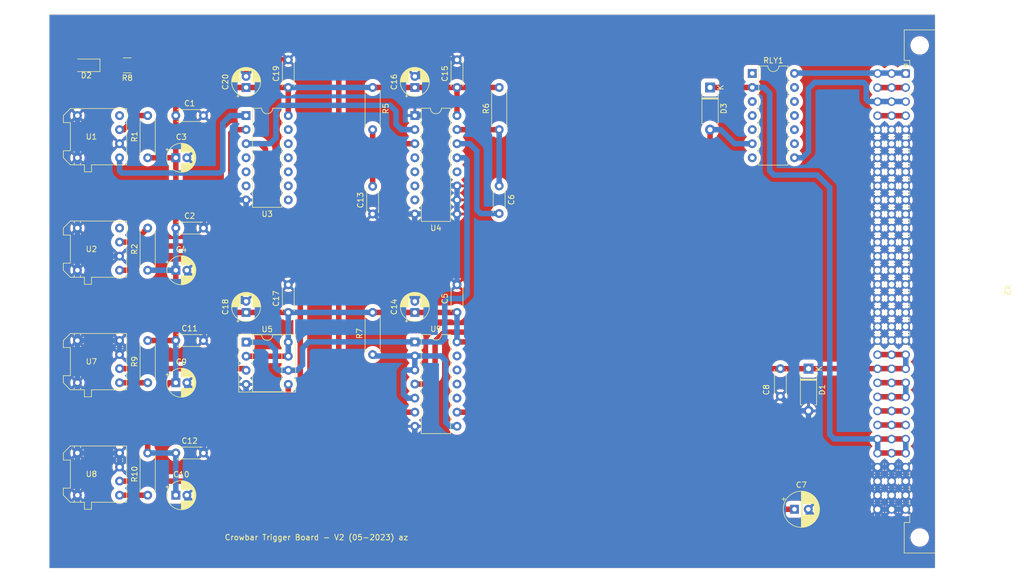
<source format=kicad_pcb>
(kicad_pcb (version 20221018) (generator pcbnew)

  (general
    (thickness 1.6)
  )

  (paper "A4")
  (layers
    (0 "F.Cu" signal)
    (31 "B.Cu" signal)
    (32 "B.Adhes" user "B.Adhesive")
    (33 "F.Adhes" user "F.Adhesive")
    (34 "B.Paste" user)
    (35 "F.Paste" user)
    (36 "B.SilkS" user "B.Silkscreen")
    (37 "F.SilkS" user "F.Silkscreen")
    (38 "B.Mask" user)
    (39 "F.Mask" user)
    (40 "Dwgs.User" user "User.Drawings")
    (41 "Cmts.User" user "User.Comments")
    (42 "Eco1.User" user "User.Eco1")
    (43 "Eco2.User" user "User.Eco2")
    (44 "Edge.Cuts" user)
    (45 "Margin" user)
    (46 "B.CrtYd" user "B.Courtyard")
    (47 "F.CrtYd" user "F.Courtyard")
    (48 "B.Fab" user)
    (49 "F.Fab" user)
  )

  (setup
    (stackup
      (layer "F.SilkS" (type "Top Silk Screen"))
      (layer "F.Paste" (type "Top Solder Paste"))
      (layer "F.Mask" (type "Top Solder Mask") (thickness 0.01))
      (layer "F.Cu" (type "copper") (thickness 0.035))
      (layer "dielectric 1" (type "core") (thickness 1.51) (material "FR4") (epsilon_r 4.5) (loss_tangent 0.02))
      (layer "B.Cu" (type "copper") (thickness 0.035))
      (layer "B.Mask" (type "Bottom Solder Mask") (thickness 0.01))
      (layer "B.Paste" (type "Bottom Solder Paste"))
      (layer "B.SilkS" (type "Bottom Silk Screen"))
      (copper_finish "None")
      (dielectric_constraints no)
    )
    (pad_to_mask_clearance 0.051)
    (solder_mask_min_width 0.25)
    (pcbplotparams
      (layerselection 0x00010fc_ffffffff)
      (plot_on_all_layers_selection 0x0000000_00000000)
      (disableapertmacros false)
      (usegerberextensions false)
      (usegerberattributes false)
      (usegerberadvancedattributes false)
      (creategerberjobfile false)
      (dashed_line_dash_ratio 12.000000)
      (dashed_line_gap_ratio 3.000000)
      (svgprecision 4)
      (plotframeref false)
      (viasonmask false)
      (mode 1)
      (useauxorigin false)
      (hpglpennumber 1)
      (hpglpenspeed 20)
      (hpglpendiameter 15.000000)
      (dxfpolygonmode true)
      (dxfimperialunits true)
      (dxfusepcbnewfont true)
      (psnegative false)
      (psa4output false)
      (plotreference true)
      (plotvalue true)
      (plotinvisibletext false)
      (sketchpadsonfab false)
      (subtractmaskfromsilk false)
      (outputformat 1)
      (mirror false)
      (drillshape 0)
      (scaleselection 1)
      (outputdirectory "gerbers")
    )
  )

  (net 0 "")
  (net 1 "GND")
  (net 2 "+5V")
  (net 3 "Net-(U4A-1Cx)")
  (net 4 "Net-(U4A-1CxRx)")
  (net 5 "Net-(U4A-1R)")
  (net 6 "Net-(D2-K)")
  (net 7 "Net-(D3-A)")
  (net 8 "+24V")
  (net 9 "Net-(U1-VCC)")
  (net 10 "Net-(U2-VCC)")
  (net 11 "+15V")
  (net 12 "Net-(U9-1Y)")
  (net 13 "Net-(U9-3Y)")
  (net 14 "Net-(U7-ANODE)")
  (net 15 "Net-(U8-ANODE)")
  (net 16 "unconnected-(RLY1-Pad7)")
  (net 17 "unconnected-(RLY1-Pad1)")
  (net 18 "/NO_out2")
  (net 19 "Net-(U1-DATA)")
  (net 20 "unconnected-(U1-NC-Pad4)")
  (net 21 "Net-(U2-DATA)")
  (net 22 "unconnected-(U2-NC-Pad4)")
  (net 23 "Net-(U4A-1B)")
  (net 24 "unconnected-(U4B-2CxRx-Pad7)")
  (net 25 "unconnected-(U4B-2Cx-Pad6)")
  (net 26 "Net-(U5-1A)")
  (net 27 "unconnected-(U4B-2Q-Pad5)")
  (net 28 "unconnected-(U4B-2Q-Pad12)")
  (net 29 "unconnected-(U4A-1Q-Pad4)")
  (net 30 "Net-(U5-1Y)")
  (net 31 "Net-(U5-2Y)")
  (net 32 "unconnected-(U9-5Y-Pad10)")
  (net 33 "unconnected-(U9-5A-Pad11)")
  (net 34 "unconnected-(U9-6Y-Pad12)")
  (net 35 "unconnected-(U9-6A-Pad13)")
  (net 36 "/NO_out1")
  (net 37 "unconnected-(X2-Pada2)")
  (net 38 "unconnected-(X2-Pada4)")
  (net 39 "unconnected-(X2-Pada25)")
  (net 40 "unconnected-(X2-Pada26)")

  (footprint "Capacitor_THT:C_Disc_D4.3mm_W1.9mm_P5.00mm" (layer "F.Cu") (at 111.76 55.88))

  (footprint "Capacitor_THT:C_Disc_D4.3mm_W1.9mm_P5.00mm" (layer "F.Cu") (at 111.76 76.2))

  (footprint "Capacitor_THT:CP_Radial_D5.0mm_P2.00mm" (layer "F.Cu") (at 111.76 63.5))

  (footprint "Capacitor_THT:CP_Radial_D5.0mm_P2.00mm" (layer "F.Cu") (at 111.76 83.82))

  (footprint "Capacitor_THT:C_Disc_D4.3mm_W1.9mm_P5.00mm" (layer "F.Cu") (at 162.56 91.44 90))

  (footprint "Capacitor_THT:CP_Radial_D5.0mm_P2.00mm" (layer "F.Cu") (at 111.76 104.14))

  (footprint "Capacitor_THT:CP_Radial_D5.0mm_P2.00mm" (layer "F.Cu") (at 111.76 124.46))

  (footprint "Capacitor_THT:C_Disc_D4.3mm_W1.9mm_P5.00mm" (layer "F.Cu") (at 111.76 96.52))

  (footprint "Capacitor_THT:C_Disc_D4.3mm_W1.9mm_P5.00mm" (layer "F.Cu") (at 111.76 116.84))

  (footprint "Capacitor_THT:C_Disc_D4.3mm_W1.9mm_P5.00mm" (layer "F.Cu") (at 147.32 73.66 90))

  (footprint "Capacitor_THT:CP_Radial_D5.0mm_P2.00mm" (layer "F.Cu") (at 154.94 91.44 90))

  (footprint "Capacitor_THT:C_Disc_D4.3mm_W1.9mm_P5.00mm" (layer "F.Cu") (at 162.56 50.8 90))

  (footprint "Capacitor_THT:CP_Radial_D5.0mm_P2.00mm" (layer "F.Cu") (at 154.94 50.8 90))

  (footprint "Capacitor_THT:C_Disc_D4.3mm_W1.9mm_P5.00mm" (layer "F.Cu") (at 132.08 91.44 90))

  (footprint "Capacitor_THT:CP_Radial_D5.0mm_P2.00mm" (layer "F.Cu") (at 124.46 91.44 90))

  (footprint "Capacitor_THT:C_Disc_D4.3mm_W1.9mm_P5.00mm" (layer "F.Cu") (at 132.08 50.8 90))

  (footprint "Capacitor_THT:CP_Radial_D5.0mm_P2.00mm" (layer "F.Cu")
    (tstamp 00000000-0000-0000-0000-000061005d2f)
    (at 124.46 50.8 90)
    (descr "CP, Radial series, Radial, pin pitch=2.00mm, , diameter=5mm, Electrolytic Capacitor")
    (tags "CP Radial series Radial pin pitch 2.00mm  diameter 5mm Electrolytic Capacitor")
    (property "Sheetfile" "70_COG_Trigger_control.kicad_sch")
    (property "Sheetname" "")
    (path "/00000000-0000-0000-0000-00006101462c")
    (attr through_hole)
    (fp_text reference "C20" (at 1 -3.75 90) (layer "F.SilkS")
        (effects (font (size 1 1) (thickness 0.15)))
      (tstamp 503a6041-3f85-4728-b8d3-b43c8fe69003)
    )
    (fp_text value "1u" (at 1 3.75 90) (layer "F.Fab")
        (effects (font (size 1 1) (thickness 0.15)))
      (tstamp 03410774-1e4b-468d-b283-9ab7b4b965be)
    )
    (fp_text user "${REFERENCE}" (at 1 0 90) (layer "F.Fab")
        (effects (font (size 1 1) (thickness 0.15)))
      (tstamp 223c1d62-6655-40de-beea-517c0314ceb1)
    )
    (fp_line (start -1.804775 -1.475) (end -1.304775 -1.475)
      (stroke (width 0.12) (type solid)) (layer "F.SilkS") (tstamp fc216da9-2d7e-476d-aefc-a3c56b0f7659))
    (fp_line (start -1.554775 -1.725) (end -1.554775 -1.225)
      (stroke (width 0.12) (type solid)) (layer "F.SilkS") (tstamp 4a3c6993-e3f1-4613-b7bf-f17e8d2d3203))
    (fp_line (start 1 -2.58) (end 1 -1.04)
      (stroke (width 0.12) (type solid)) (layer "F.SilkS") (tstamp e4f345c6-debc-4935-b1e5-dafc25b84f52))
    (fp_line (start 1 1.04) (end 1 2.58)
      (stroke (width 0.12) (type solid)) (layer "F.SilkS") (tstamp db8abdcd-45eb-435e-958f-3809ddc335cf))
    (fp_line (start 1.04 -2.58) (end 1.04 -1.04)
      (stroke (width 0.12) (type solid)) (layer "F.SilkS") (tstamp ddf06378-4ad3-4935-8763-4732df32468f))
    (fp_line (start 1.04 1.04) (end 1.04 2.58)
      (stroke (width 0.12) (type solid)) (layer "F.SilkS") (tstamp ffc0ff08-6bc3-4790-93f6-d2238e7127f7))
    (fp_line (start 1.08 -2.579) (end 1.08 -1.04)
      (stroke (width 0.12) (type solid)) (layer "F.SilkS") (tstamp b9ee1e45-4064-470a-9870-e3b93bf85fb2))
    (fp_line (start 1.08 1.04) (end 1.08 2.579)
      (stroke (width 0.12) (type solid)) (layer "F.SilkS") (tstamp 5f770ccd-81a0-4e5b-b9e6-70e0afd34a3f))
    (fp_line (start 1.12 -2.578) (end 1.12 -1.04)
      (stroke (width 0.12) (type solid)) (layer "F.SilkS") (tstamp 3fe0b1f3-980d-4db6-8358-fe3bdd2b4143))
    (fp_line (start 1.12 1.04) (end 1.12 2.578)
      (stroke (width 0.12) (type solid)) (layer "F.SilkS") (tstamp 86ab0e47-7a75-4efe-8ec1-e680c6b95140))
    (fp_line (start 1.16 -2.576) (end 1.16 -1.04)
      (stroke (width 0.12) (type solid)) (layer "F.SilkS") (tstamp 84db766d-cc65-4ec3-917e-45e3251d0240))
    (fp_line (start 1.16 1.04) (end 1.16 2.576)
      (stroke (width 0.12) (type solid)) (layer "F.SilkS") (tstamp 3342278f-fc9e-4261-a77b-6683ea53fec7))
    (fp_line (start 1.2 -2.573) (end 1.2 -1.04)
      (stroke (width 0.12) (type solid)) (layer "F.SilkS") (tstamp 693a21f0-b809-49c8-8ed9-0563a541db32))
    (fp_line (start 1.2 1.04) (end 1.2 2.573)
      (stroke (width 0.12) (type solid)) (layer "F.SilkS") (tstamp 48c41041-0f90-459b-bbb0-0517431afa77))
    (fp_line (start 1.24 -2.569) (end 1.24 -1.04)
      (stroke (width 0.12) (type solid)) (layer "F.SilkS") (tstamp 33cfd557-cf83-4a96-9148-7e90b09435f7))
    (fp_line (start 1.24 1.04) (end 1.24 2.569)
      (stroke (width 0.12) (type solid)) (layer "F.SilkS") (tstamp 9f343ba0-4405-46f4-b07a-b6e036ca636f))
    (fp_line (start 1.28 -2.565) (end 1.28 -1.04)
      (stroke (width 0.12) (type solid)) (layer "F.SilkS") (tstamp 26fc1839-d604-4a6d-8f5b-e1c1904190a5))
    (fp_line (start 1.28 1.04) (end 1.28 2.565)
      (stroke (width 0.12) (type solid)) (layer "F.SilkS") (tstamp 88fb9de3-5542-4734-804c-71b201f27bb5))
    (fp_line (start 1.32 -2.561) (end 1.32 -1.04)
      (stroke (width 0.12) (type solid)) (layer "F.SilkS") (tstamp 183325de-6e78-4d19-a432-a54a2dc65db3))
    (fp_line (start 1.32 1.04) (end 1.32 2.561)
      (stroke (width 0.12) (type solid)) (layer "F.SilkS") (tstamp 869cc5f2-5f43-44fa-be0c-9ac5766054e7))
    (fp_line (start 1.36 -2.556) (end 1.36 -1.04)
      (stroke (width 0.12) (type solid)) (layer "F.SilkS") (tstamp 8bf752b1-d72b-4a13-bbf1-b9010e4d853c))
    (fp_line (start 1.36 1.04) (end 1.36 2.556)
      (stroke (width 0.12) (type solid)) (layer "F.SilkS") (tstamp 57f457d4-6ec5-4b78-bc62-e752f6e8bed6))
    (fp_line (start 1.4 -2.55) (end 1.4 -1.04)
      (stroke (width 0.12) (type solid)) (layer "F.SilkS") (tstamp fda27f8e-2a0a-4124-af8c-7f41cf18d695))
    (fp_line (start 1.4 1.04) (end 1.4 2.55)
      (stroke (width 0.12) (type solid)) (layer "F.SilkS") (tstamp f8a63bce-f6b6-4067-8b11-a106de6d90d7))
    (fp_line (start 1.44 -2.543) (end 1.44 -1.04)
      (stroke (width 0.12) (type solid)) (layer "F.SilkS") (tstamp 9d93a8b3-3a71-45e9-9be1-50d050798f4b))
    (fp_line (start 1.44 1.04) (end 1.44 2.543)
      (stroke (width 0.12) (type solid)) (layer "F.SilkS") (tstamp 8f0e5d90-26c6-4813-ad50-83ba3734122d))
    (fp_line (start 1.48 -2.536) (end 1.48 -1.04)
      (stroke (width 0.12) (type solid)) (layer "F.SilkS") (tstamp 2e7b1154-c064-4e53-b49e-2c741d7c8196))
    (fp_line (start 1.48 1.04) (end 1.48 2.536)
      (stroke (width 0.12) (type solid)) (layer "F.SilkS") (tstamp 4f469fa6-b0a5-415f-bd95-1a5ebecaea40))
    (fp_line (start 1.52 -2.528) (end 1.52 -1.04)
      (stroke (width 0.12) (type solid)) (layer "F.SilkS") (tstamp 355d6bfb-4115-48c4-88cc-56bf2a487311))
    (fp_line (start 1.52 1.04) (end 1.52 2.528)
      (stroke (width 0.12) (type solid)) (layer "F.SilkS") (tstamp c9fc9f1f-60fe-4f7a-acfe-057cf09b646c))
    (fp_line (start 1.56 -2.52) (end 1.56 -1.04)
      (stroke (width 0.12) (type solid)) (layer "F.SilkS") (tstamp 2bd86239-d8f5-49e7-b3d5-1bd708fa0feb))
    (fp_line (start 1.56 1.04) (end 1.56 2.52)
      (stroke (width 0.12) (type solid)) (layer "F.SilkS") (tstamp 24f63a15-d38d-449e-9b7e-60a403f3720e))
    (fp_line (start 1.6 -2.511) (end 1.6 -1.04)
      (stroke (width 0.12) (type solid)) (layer "F.SilkS") (tstamp f30b6d3b-0bea-4c04-a0c7-e4998f978bb1))
    (fp_line (start 1.6 1.04) (end 1.6 2.511)
      (stroke (width 0.12) (type solid)) (layer "F.SilkS") (tstamp 8b15972d-0f86-46cf-960f-dfd885aebc3d))
    (fp_line (start 1.64 -2.501) (end 1.64 -1.04)
      (stroke (width 0.12) (type solid)) (layer "F.SilkS") (tstamp 6ef2338f-c085-4cc1-bc18-09da1ad061a4))
    (fp_line (start 1.64 1.04) (end 1.64 2.501)
      (stroke (width 0.12) (type solid)) (layer "F.SilkS") (tstamp 7a1e1cfc-7cb2-429a-85b2-d525c08b69c4))
    (fp_line (start 1.68 -2.491) (end 1.68 -1.04)
      (stroke (width 0.12) (type solid)) (layer "F.SilkS") (tstamp 23866e8e-df1b-4388-92dd-2412c40342dc))
    (fp_line (start 1.68 1.04) (end 1.68 2.491)
      (stroke (width 0.12) (type solid)) (layer "F.SilkS") (tstamp 8f7bd3d5-814d-4247-a06e-18768077275d))
    (fp_line (start 1.721 -2.48) (end 1.721 -1.04)
      (stroke (width 0.12) (type solid)) (layer "F.SilkS") (tstamp 3085f335-5809-4dff-a3d1-32fc6f164e1f))
    (fp_line (start 1.721 1.04) (end 1.721 2.48)
      (stroke (width 0.12) (type solid)) (layer "F.SilkS") (tstamp d6d4e319-ac76-457c-8389-567c25ca894b))
    (fp_line (start 1.761 -2.468) (end 1.761 -1.04)
      (stroke (width 0.12) (type solid)) (layer "F.SilkS") (tstamp efc4ad1c-275a-4290-990e-531a3e313e12))
    (fp_line (start 1.761 1.04) (end 1.761 2.468)
      (stroke (width 0.12) (type solid)) (layer "F.SilkS") (tstamp f96277fb-611a-41d0-b829-6565d0962f75))
    (fp_line (start 1.801 -2.455) (end 1.801 -1.04)
      (stroke (width 0.12) (type solid)) (layer "F.SilkS") (tstamp bdb5be97-35eb-4755-920f-279807205936))
    (fp_line (start 1.801 1.04) (end 1.801 2.455)
      (stroke (width 0.12) (type solid)) (layer "F.SilkS") (tstamp 283be821-3153-4656-93b6-de5e4586d6d1))
    (fp_line (start 1.841 -2.442) (end 1.841 -1.04)
      (stroke (width 0.12) (type solid)) (layer "F.SilkS") (tstamp 115cb2fc-d1ef-4a9f-91a7-c86b9f8ec0f4))
    (fp_line (start 1.841 1.04) (end 1.841 2.442)
      (stroke (width 0.12) (type solid)) (layer "F.SilkS") (tstamp 1c59747c-6b4c-4d1c-81c1-c9962a805066))
    (fp_line (start 1.881 -2.428) (end 1.881 -1.04)
      (stroke (width 0.12) (type solid)) (layer "F.SilkS") (tstamp c26c96f9-d89b-4281-82a2-a6099c77c5cd))
    (fp_line (start 1.881 1.04) (end 1.881 2.428)
      (stroke (width 0.12) (type solid)) (layer "F.SilkS") (tstamp 0739b9d8-cd41-4700-9f86-29920f00461f))
    (fp_line (start 1.921 -2.414) (end 1.921 -1.04)
      (stroke (width 0.12) (type solid)) (layer "F.SilkS") (tstamp d73c269e-3fd3-43fb-90fb-63ecee7d23c1))
    (fp_line (start 1.921 1.04) (end 1.921 2.414)
      (stroke (width 0.12) (type solid)) (layer "F.SilkS") (tstamp a86c5233-6427-49cf-8331-71dc7792c2ff))
    (fp_line (start 1.961 -2.398) (end 1.961 -1.04)
      (stroke (width 0.12) (type solid)) (layer "F.SilkS") (tstamp 0cc0b3dd-0ef2-4760-a5e0-c8ccfbaeacc9))
    (fp_line (start 1.961 1.04) (end 1.961 2.398)
      (stroke (width 0.12) (type solid)) (layer "F.SilkS") (tstamp d570528a-65e3-42ea-a66b-50656d9c8f05))
    (fp_line (start 2.001 -2.382) (end 2.001 -1.04)
      (stroke (width 0.12) (type solid)) (layer "F.SilkS") (tstamp c9bd9ec2-9314-4c4d-87c0-1c1f9cbcab85))
    (fp_line (start 2.001 1.04) (end 2.001 2.382)
      (stroke (width 0.12) (type solid)) (layer "F.SilkS") (tstamp a83cd52e-e312-4748-b28a-259a6747b6cc))
    (fp_line (start 2.041 -2.365) (end 2.041 -1.04)
      (stroke (width 0.12) (type solid)) (layer "F.SilkS") (tstamp ca38525a-2c09-4c7c-9e5f-65677b1416ec))
    (fp_line (start 2.041 1.04) (end 2.041 2.365)
      (stroke (width 0.12) (type solid)) (layer "F.SilkS") (tstamp 73de6923-6304-4876-92f2-8359707943fe))
    (fp_line (start 2.081 -2.348) (end 2.081 -1.04)
      (stroke (width 0.12) (type solid)) (layer "F.SilkS") (tstamp 899f1e31-51d5-48aa-959b-72fb112e0920))
    (fp_line (start 2.081 1.04) (end 2.081 2.348)
      (stroke (width 0.12) (type solid)) (layer "F.SilkS") (tstamp 82645ac0-a3a8-4b26-989a-b4f4927aa0e9))
    (fp_line (start 2.121 -2.329) (end 2.121 -1.04)
      (stroke (width 0.12) (type solid)) (layer "F.SilkS") (tstamp 6dab0dfb-cd2f-40f3-adc5-e9362748524a))
    (fp_line (start 2.121 1.04) (end 2.121 2.329)
      (stroke (width 0.12) (type solid)) (layer "F.SilkS") (tstamp f1a408bd-e132-4c88-a73b-efb19186370f))
    (fp_line (start 2.161 -2.31) (end 2.161 -1.04)
      (stroke (width 0.12) (type solid)) (layer "F.SilkS") (tstamp fca8a26d-b777-48bf-968e-9776af18284d))
    (fp_line (start 2.161 1.04) (end 2.161 2.31)
      (stroke (width 0.12) (type solid)) (layer "F.SilkS") (tstamp e5d89a1f-3dad-465b-b915-c5404876fc7f))
    (fp_line (start 2.201 -2.29) (end 2.201 -1.04)
      (stroke (width 0.12) (type solid)) (layer "F.SilkS") (tstamp 683d48e4-da62-4a5f-86c2-9b309ec27e9e))
    (fp_line (start 2.201 1.04) (end 2.201 2.29)
      (stroke (width 0.12) (type solid)) (layer "F.SilkS") (tstamp b2399d40-7bf1-4d40-a3a3-12fc4041d44a))
    (fp_line (start 2.241 -2.268) (end 2.241 -1.04)
      (stroke (width 0.12) (type solid)) (layer "F.SilkS") (tstamp a59f3334-61bf-445c-85fe-679bd1ca34cd))
    (fp_line (start 2.241 1.04) (end 2.241 2.268)
      (stroke (width 0.12) (type solid)) (layer "F.SilkS") (tstamp 29aa7762-10d9-48f2-a386-a03d1d16193c))
    (fp_line (start 2.281 -2.247) (end 2.281 -1.04)
      (stroke (width 0.12) (type solid)) (layer "F.SilkS") (tstamp 3205709c-4bc3-428f-8037-43c45a2b29ac))
    (fp_line (start 2.281 1.04) (end 2.281 2.247)
      (stroke (width 0.12) (type solid)) (layer "F.SilkS") (tstamp 9a5f3466-5502-4a1d-bc10-dc56072a619d))
    (fp_line (start 2.321 -2.224) (end 2.321 -1.04)
      (stroke (width 0.12) (type solid)) (layer "F.SilkS") (tstamp 65861ea1-e0d8-450f-b326-8a1c6697ec3c))
    (fp_line (start 2.321 1.04) (end 2.321 2.224)
      (stroke (width 0.12) (type solid)) (layer "F.SilkS") (tstamp e5fd7086-2619-4aff-b6eb-6328987e2e28))
    (fp_line (start 2.361 -2.2) (end 2.361 -1.04)
      (stroke (width 0.12) (type solid)) (layer "F.SilkS") (tstamp 52e97164-1efa-4692-9543-c9d5405a6140))
    (fp_line (start 2.361 1.04) (end 2.361 2.2)
      (stroke (width 0.12) (type solid)) (layer "F.SilkS") (tstamp b67ac73c-ed04-48f0-a016-57dd05d8969e))
    (fp_line (start 2.
... [976852 chars truncated]
</source>
